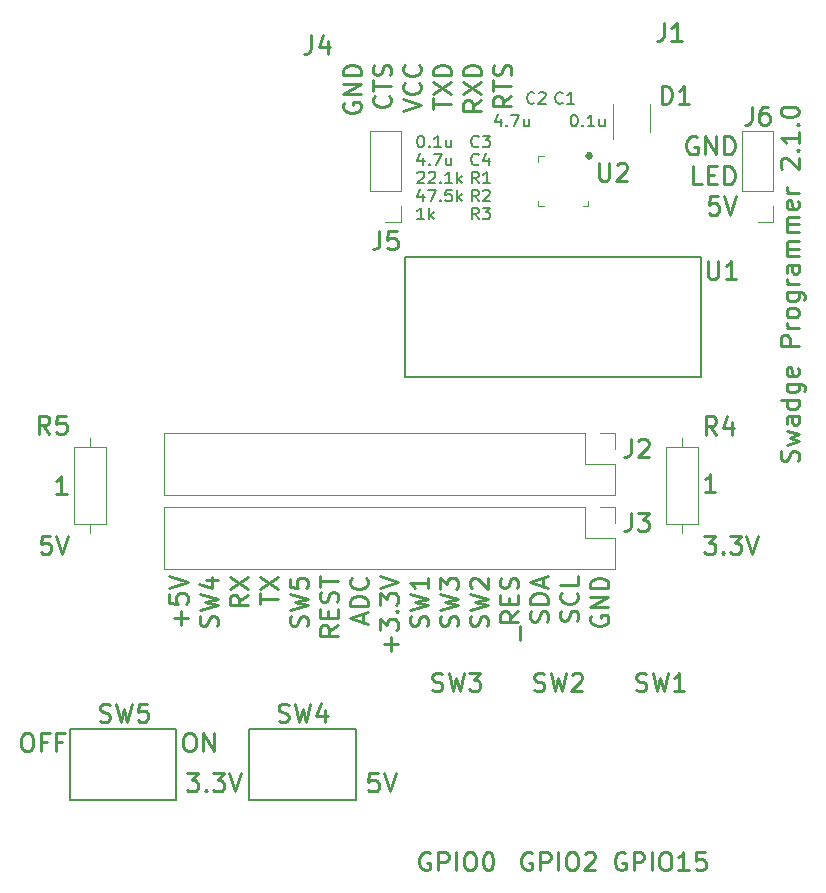
<source format=gto>
G04 #@! TF.GenerationSoftware,KiCad,Pcbnew,(5.1.9)-1*
G04 #@! TF.CreationDate,2021-08-17T23:34:33-04:00*
G04 #@! TF.ProjectId,swadge-programmer,73776164-6765-42d7-9072-6f6772616d6d,rev?*
G04 #@! TF.SameCoordinates,Original*
G04 #@! TF.FileFunction,Legend,Top*
G04 #@! TF.FilePolarity,Positive*
%FSLAX46Y46*%
G04 Gerber Fmt 4.6, Leading zero omitted, Abs format (unit mm)*
G04 Created by KiCad (PCBNEW (5.1.9)-1) date 2021-08-17 23:34:33*
%MOMM*%
%LPD*%
G01*
G04 APERTURE LIST*
%ADD10C,0.250000*%
%ADD11C,0.120000*%
%ADD12C,0.150000*%
%ADD13C,0.359210*%
G04 APERTURE END LIST*
D10*
X171770357Y-60545600D02*
X171624642Y-60472742D01*
X171406071Y-60472742D01*
X171187500Y-60545600D01*
X171041785Y-60691314D01*
X170968928Y-60837028D01*
X170896071Y-61128457D01*
X170896071Y-61347028D01*
X170968928Y-61638457D01*
X171041785Y-61784171D01*
X171187500Y-61929885D01*
X171406071Y-62002742D01*
X171551785Y-62002742D01*
X171770357Y-61929885D01*
X171843214Y-61857028D01*
X171843214Y-61347028D01*
X171551785Y-61347028D01*
X172498928Y-62002742D02*
X172498928Y-60472742D01*
X173373214Y-62002742D01*
X173373214Y-60472742D01*
X174101785Y-62002742D02*
X174101785Y-60472742D01*
X174466071Y-60472742D01*
X174684642Y-60545600D01*
X174830357Y-60691314D01*
X174903214Y-60837028D01*
X174976071Y-61128457D01*
X174976071Y-61347028D01*
X174903214Y-61638457D01*
X174830357Y-61784171D01*
X174684642Y-61929885D01*
X174466071Y-62002742D01*
X174101785Y-62002742D01*
X172207500Y-64547742D02*
X171478928Y-64547742D01*
X171478928Y-63017742D01*
X172717500Y-63746314D02*
X173227500Y-63746314D01*
X173446071Y-64547742D02*
X172717500Y-64547742D01*
X172717500Y-63017742D01*
X173446071Y-63017742D01*
X174101785Y-64547742D02*
X174101785Y-63017742D01*
X174466071Y-63017742D01*
X174684642Y-63090600D01*
X174830357Y-63236314D01*
X174903214Y-63382028D01*
X174976071Y-63673457D01*
X174976071Y-63892028D01*
X174903214Y-64183457D01*
X174830357Y-64329171D01*
X174684642Y-64474885D01*
X174466071Y-64547742D01*
X174101785Y-64547742D01*
X173591785Y-65562742D02*
X172863214Y-65562742D01*
X172790357Y-66291314D01*
X172863214Y-66218457D01*
X173008928Y-66145600D01*
X173373214Y-66145600D01*
X173518928Y-66218457D01*
X173591785Y-66291314D01*
X173664642Y-66437028D01*
X173664642Y-66801314D01*
X173591785Y-66947028D01*
X173518928Y-67019885D01*
X173373214Y-67092742D01*
X173008928Y-67092742D01*
X172863214Y-67019885D01*
X172790357Y-66947028D01*
X174101785Y-65562742D02*
X174611785Y-67092742D01*
X175121785Y-65562742D01*
X141894300Y-57634642D02*
X141821442Y-57780357D01*
X141821442Y-57998928D01*
X141894300Y-58217500D01*
X142040014Y-58363214D01*
X142185728Y-58436071D01*
X142477157Y-58508928D01*
X142695728Y-58508928D01*
X142987157Y-58436071D01*
X143132871Y-58363214D01*
X143278585Y-58217500D01*
X143351442Y-57998928D01*
X143351442Y-57853214D01*
X143278585Y-57634642D01*
X143205728Y-57561785D01*
X142695728Y-57561785D01*
X142695728Y-57853214D01*
X143351442Y-56906071D02*
X141821442Y-56906071D01*
X143351442Y-56031785D01*
X141821442Y-56031785D01*
X143351442Y-55303214D02*
X141821442Y-55303214D01*
X141821442Y-54938928D01*
X141894300Y-54720357D01*
X142040014Y-54574642D01*
X142185728Y-54501785D01*
X142477157Y-54428928D01*
X142695728Y-54428928D01*
X142987157Y-54501785D01*
X143132871Y-54574642D01*
X143278585Y-54720357D01*
X143351442Y-54938928D01*
X143351442Y-55303214D01*
X145750728Y-57051785D02*
X145823585Y-57124642D01*
X145896442Y-57343214D01*
X145896442Y-57488928D01*
X145823585Y-57707500D01*
X145677871Y-57853214D01*
X145532157Y-57926071D01*
X145240728Y-57998928D01*
X145022157Y-57998928D01*
X144730728Y-57926071D01*
X144585014Y-57853214D01*
X144439300Y-57707500D01*
X144366442Y-57488928D01*
X144366442Y-57343214D01*
X144439300Y-57124642D01*
X144512157Y-57051785D01*
X144366442Y-56614642D02*
X144366442Y-55740357D01*
X145896442Y-56177500D02*
X144366442Y-56177500D01*
X145823585Y-55303214D02*
X145896442Y-55084642D01*
X145896442Y-54720357D01*
X145823585Y-54574642D01*
X145750728Y-54501785D01*
X145605014Y-54428928D01*
X145459300Y-54428928D01*
X145313585Y-54501785D01*
X145240728Y-54574642D01*
X145167871Y-54720357D01*
X145095014Y-55011785D01*
X145022157Y-55157500D01*
X144949300Y-55230357D01*
X144803585Y-55303214D01*
X144657871Y-55303214D01*
X144512157Y-55230357D01*
X144439300Y-55157500D01*
X144366442Y-55011785D01*
X144366442Y-54647500D01*
X144439300Y-54428928D01*
X146911442Y-58363214D02*
X148441442Y-57853214D01*
X146911442Y-57343214D01*
X148295728Y-55958928D02*
X148368585Y-56031785D01*
X148441442Y-56250357D01*
X148441442Y-56396071D01*
X148368585Y-56614642D01*
X148222871Y-56760357D01*
X148077157Y-56833214D01*
X147785728Y-56906071D01*
X147567157Y-56906071D01*
X147275728Y-56833214D01*
X147130014Y-56760357D01*
X146984300Y-56614642D01*
X146911442Y-56396071D01*
X146911442Y-56250357D01*
X146984300Y-56031785D01*
X147057157Y-55958928D01*
X148295728Y-54428928D02*
X148368585Y-54501785D01*
X148441442Y-54720357D01*
X148441442Y-54866071D01*
X148368585Y-55084642D01*
X148222871Y-55230357D01*
X148077157Y-55303214D01*
X147785728Y-55376071D01*
X147567157Y-55376071D01*
X147275728Y-55303214D01*
X147130014Y-55230357D01*
X146984300Y-55084642D01*
X146911442Y-54866071D01*
X146911442Y-54720357D01*
X146984300Y-54501785D01*
X147057157Y-54428928D01*
X149456442Y-58144642D02*
X149456442Y-57270357D01*
X150986442Y-57707500D02*
X149456442Y-57707500D01*
X149456442Y-56906071D02*
X150986442Y-55886071D01*
X149456442Y-55886071D02*
X150986442Y-56906071D01*
X150986442Y-55303214D02*
X149456442Y-55303214D01*
X149456442Y-54938928D01*
X149529300Y-54720357D01*
X149675014Y-54574642D01*
X149820728Y-54501785D01*
X150112157Y-54428928D01*
X150330728Y-54428928D01*
X150622157Y-54501785D01*
X150767871Y-54574642D01*
X150913585Y-54720357D01*
X150986442Y-54938928D01*
X150986442Y-55303214D01*
X153531442Y-57416071D02*
X152802871Y-57926071D01*
X153531442Y-58290357D02*
X152001442Y-58290357D01*
X152001442Y-57707500D01*
X152074300Y-57561785D01*
X152147157Y-57488928D01*
X152292871Y-57416071D01*
X152511442Y-57416071D01*
X152657157Y-57488928D01*
X152730014Y-57561785D01*
X152802871Y-57707500D01*
X152802871Y-58290357D01*
X152001442Y-56906071D02*
X153531442Y-55886071D01*
X152001442Y-55886071D02*
X153531442Y-56906071D01*
X153531442Y-55303214D02*
X152001442Y-55303214D01*
X152001442Y-54938928D01*
X152074300Y-54720357D01*
X152220014Y-54574642D01*
X152365728Y-54501785D01*
X152657157Y-54428928D01*
X152875728Y-54428928D01*
X153167157Y-54501785D01*
X153312871Y-54574642D01*
X153458585Y-54720357D01*
X153531442Y-54938928D01*
X153531442Y-55303214D01*
X156076442Y-57051785D02*
X155347871Y-57561785D01*
X156076442Y-57926071D02*
X154546442Y-57926071D01*
X154546442Y-57343214D01*
X154619300Y-57197500D01*
X154692157Y-57124642D01*
X154837871Y-57051785D01*
X155056442Y-57051785D01*
X155202157Y-57124642D01*
X155275014Y-57197500D01*
X155347871Y-57343214D01*
X155347871Y-57926071D01*
X154546442Y-56614642D02*
X154546442Y-55740357D01*
X156076442Y-56177500D02*
X154546442Y-56177500D01*
X156003585Y-55303214D02*
X156076442Y-55084642D01*
X156076442Y-54720357D01*
X156003585Y-54574642D01*
X155930728Y-54501785D01*
X155785014Y-54428928D01*
X155639300Y-54428928D01*
X155493585Y-54501785D01*
X155420728Y-54574642D01*
X155347871Y-54720357D01*
X155275014Y-55011785D01*
X155202157Y-55157500D01*
X155129300Y-55230357D01*
X154983585Y-55303214D01*
X154837871Y-55303214D01*
X154692157Y-55230357D01*
X154619300Y-55157500D01*
X154546442Y-55011785D01*
X154546442Y-54647500D01*
X154619300Y-54428928D01*
X128074285Y-101870071D02*
X128074285Y-100704357D01*
X128657142Y-101287214D02*
X127491428Y-101287214D01*
X127127142Y-99247214D02*
X127127142Y-99975785D01*
X127855714Y-100048642D01*
X127782857Y-99975785D01*
X127710000Y-99830071D01*
X127710000Y-99465785D01*
X127782857Y-99320071D01*
X127855714Y-99247214D01*
X128001428Y-99174357D01*
X128365714Y-99174357D01*
X128511428Y-99247214D01*
X128584285Y-99320071D01*
X128657142Y-99465785D01*
X128657142Y-99830071D01*
X128584285Y-99975785D01*
X128511428Y-100048642D01*
X127127142Y-98737214D02*
X128657142Y-98227214D01*
X127127142Y-97717214D01*
X131129285Y-101942928D02*
X131202142Y-101724357D01*
X131202142Y-101360071D01*
X131129285Y-101214357D01*
X131056428Y-101141500D01*
X130910714Y-101068642D01*
X130765000Y-101068642D01*
X130619285Y-101141500D01*
X130546428Y-101214357D01*
X130473571Y-101360071D01*
X130400714Y-101651500D01*
X130327857Y-101797214D01*
X130255000Y-101870071D01*
X130109285Y-101942928D01*
X129963571Y-101942928D01*
X129817857Y-101870071D01*
X129745000Y-101797214D01*
X129672142Y-101651500D01*
X129672142Y-101287214D01*
X129745000Y-101068642D01*
X129672142Y-100558642D02*
X131202142Y-100194357D01*
X130109285Y-99902928D01*
X131202142Y-99611500D01*
X129672142Y-99247214D01*
X130182142Y-98008642D02*
X131202142Y-98008642D01*
X129599285Y-98372928D02*
X130692142Y-98737214D01*
X130692142Y-97790071D01*
X133747142Y-99320071D02*
X133018571Y-99830071D01*
X133747142Y-100194357D02*
X132217142Y-100194357D01*
X132217142Y-99611500D01*
X132290000Y-99465785D01*
X132362857Y-99392928D01*
X132508571Y-99320071D01*
X132727142Y-99320071D01*
X132872857Y-99392928D01*
X132945714Y-99465785D01*
X133018571Y-99611500D01*
X133018571Y-100194357D01*
X132217142Y-98810071D02*
X133747142Y-97790071D01*
X132217142Y-97790071D02*
X133747142Y-98810071D01*
X134762142Y-100048642D02*
X134762142Y-99174357D01*
X136292142Y-99611500D02*
X134762142Y-99611500D01*
X134762142Y-98810071D02*
X136292142Y-97790071D01*
X134762142Y-97790071D02*
X136292142Y-98810071D01*
X138764285Y-101942928D02*
X138837142Y-101724357D01*
X138837142Y-101360071D01*
X138764285Y-101214357D01*
X138691428Y-101141500D01*
X138545714Y-101068642D01*
X138400000Y-101068642D01*
X138254285Y-101141500D01*
X138181428Y-101214357D01*
X138108571Y-101360071D01*
X138035714Y-101651500D01*
X137962857Y-101797214D01*
X137890000Y-101870071D01*
X137744285Y-101942928D01*
X137598571Y-101942928D01*
X137452857Y-101870071D01*
X137380000Y-101797214D01*
X137307142Y-101651500D01*
X137307142Y-101287214D01*
X137380000Y-101068642D01*
X137307142Y-100558642D02*
X138837142Y-100194357D01*
X137744285Y-99902928D01*
X138837142Y-99611500D01*
X137307142Y-99247214D01*
X137307142Y-97935785D02*
X137307142Y-98664357D01*
X138035714Y-98737214D01*
X137962857Y-98664357D01*
X137890000Y-98518642D01*
X137890000Y-98154357D01*
X137962857Y-98008642D01*
X138035714Y-97935785D01*
X138181428Y-97862928D01*
X138545714Y-97862928D01*
X138691428Y-97935785D01*
X138764285Y-98008642D01*
X138837142Y-98154357D01*
X138837142Y-98518642D01*
X138764285Y-98664357D01*
X138691428Y-98737214D01*
X141382142Y-101870071D02*
X140653571Y-102380071D01*
X141382142Y-102744357D02*
X139852142Y-102744357D01*
X139852142Y-102161500D01*
X139925000Y-102015785D01*
X139997857Y-101942928D01*
X140143571Y-101870071D01*
X140362142Y-101870071D01*
X140507857Y-101942928D01*
X140580714Y-102015785D01*
X140653571Y-102161500D01*
X140653571Y-102744357D01*
X140580714Y-101214357D02*
X140580714Y-100704357D01*
X141382142Y-100485785D02*
X141382142Y-101214357D01*
X139852142Y-101214357D01*
X139852142Y-100485785D01*
X141309285Y-99902928D02*
X141382142Y-99684357D01*
X141382142Y-99320071D01*
X141309285Y-99174357D01*
X141236428Y-99101500D01*
X141090714Y-99028642D01*
X140945000Y-99028642D01*
X140799285Y-99101500D01*
X140726428Y-99174357D01*
X140653571Y-99320071D01*
X140580714Y-99611500D01*
X140507857Y-99757214D01*
X140435000Y-99830071D01*
X140289285Y-99902928D01*
X140143571Y-99902928D01*
X139997857Y-99830071D01*
X139925000Y-99757214D01*
X139852142Y-99611500D01*
X139852142Y-99247214D01*
X139925000Y-99028642D01*
X139852142Y-98591500D02*
X139852142Y-97717214D01*
X141382142Y-98154357D02*
X139852142Y-98154357D01*
X143490000Y-101651500D02*
X143490000Y-100922928D01*
X143927142Y-101797214D02*
X142397142Y-101287214D01*
X143927142Y-100777214D01*
X143927142Y-100267214D02*
X142397142Y-100267214D01*
X142397142Y-99902928D01*
X142470000Y-99684357D01*
X142615714Y-99538642D01*
X142761428Y-99465785D01*
X143052857Y-99392928D01*
X143271428Y-99392928D01*
X143562857Y-99465785D01*
X143708571Y-99538642D01*
X143854285Y-99684357D01*
X143927142Y-99902928D01*
X143927142Y-100267214D01*
X143781428Y-97862928D02*
X143854285Y-97935785D01*
X143927142Y-98154357D01*
X143927142Y-98300071D01*
X143854285Y-98518642D01*
X143708571Y-98664357D01*
X143562857Y-98737214D01*
X143271428Y-98810071D01*
X143052857Y-98810071D01*
X142761428Y-98737214D01*
X142615714Y-98664357D01*
X142470000Y-98518642D01*
X142397142Y-98300071D01*
X142397142Y-98154357D01*
X142470000Y-97935785D01*
X142542857Y-97862928D01*
X145889285Y-104055785D02*
X145889285Y-102890071D01*
X146472142Y-103472928D02*
X145306428Y-103472928D01*
X144942142Y-102307214D02*
X144942142Y-101360071D01*
X145525000Y-101870071D01*
X145525000Y-101651500D01*
X145597857Y-101505785D01*
X145670714Y-101432928D01*
X145816428Y-101360071D01*
X146180714Y-101360071D01*
X146326428Y-101432928D01*
X146399285Y-101505785D01*
X146472142Y-101651500D01*
X146472142Y-102088642D01*
X146399285Y-102234357D01*
X146326428Y-102307214D01*
X146326428Y-100704357D02*
X146399285Y-100631500D01*
X146472142Y-100704357D01*
X146399285Y-100777214D01*
X146326428Y-100704357D01*
X146472142Y-100704357D01*
X144942142Y-100121500D02*
X144942142Y-99174357D01*
X145525000Y-99684357D01*
X145525000Y-99465785D01*
X145597857Y-99320071D01*
X145670714Y-99247214D01*
X145816428Y-99174357D01*
X146180714Y-99174357D01*
X146326428Y-99247214D01*
X146399285Y-99320071D01*
X146472142Y-99465785D01*
X146472142Y-99902928D01*
X146399285Y-100048642D01*
X146326428Y-100121500D01*
X144942142Y-98737214D02*
X146472142Y-98227214D01*
X144942142Y-97717214D01*
X148944285Y-101942928D02*
X149017142Y-101724357D01*
X149017142Y-101360071D01*
X148944285Y-101214357D01*
X148871428Y-101141500D01*
X148725714Y-101068642D01*
X148580000Y-101068642D01*
X148434285Y-101141500D01*
X148361428Y-101214357D01*
X148288571Y-101360071D01*
X148215714Y-101651500D01*
X148142857Y-101797214D01*
X148070000Y-101870071D01*
X147924285Y-101942928D01*
X147778571Y-101942928D01*
X147632857Y-101870071D01*
X147560000Y-101797214D01*
X147487142Y-101651500D01*
X147487142Y-101287214D01*
X147560000Y-101068642D01*
X147487142Y-100558642D02*
X149017142Y-100194357D01*
X147924285Y-99902928D01*
X149017142Y-99611500D01*
X147487142Y-99247214D01*
X149017142Y-97862928D02*
X149017142Y-98737214D01*
X149017142Y-98300071D02*
X147487142Y-98300071D01*
X147705714Y-98445785D01*
X147851428Y-98591500D01*
X147924285Y-98737214D01*
X151489285Y-101942928D02*
X151562142Y-101724357D01*
X151562142Y-101360071D01*
X151489285Y-101214357D01*
X151416428Y-101141500D01*
X151270714Y-101068642D01*
X151125000Y-101068642D01*
X150979285Y-101141500D01*
X150906428Y-101214357D01*
X150833571Y-101360071D01*
X150760714Y-101651500D01*
X150687857Y-101797214D01*
X150615000Y-101870071D01*
X150469285Y-101942928D01*
X150323571Y-101942928D01*
X150177857Y-101870071D01*
X150105000Y-101797214D01*
X150032142Y-101651500D01*
X150032142Y-101287214D01*
X150105000Y-101068642D01*
X150032142Y-100558642D02*
X151562142Y-100194357D01*
X150469285Y-99902928D01*
X151562142Y-99611500D01*
X150032142Y-99247214D01*
X150032142Y-98810071D02*
X150032142Y-97862928D01*
X150615000Y-98372928D01*
X150615000Y-98154357D01*
X150687857Y-98008642D01*
X150760714Y-97935785D01*
X150906428Y-97862928D01*
X151270714Y-97862928D01*
X151416428Y-97935785D01*
X151489285Y-98008642D01*
X151562142Y-98154357D01*
X151562142Y-98591500D01*
X151489285Y-98737214D01*
X151416428Y-98810071D01*
X154034285Y-101942928D02*
X154107142Y-101724357D01*
X154107142Y-101360071D01*
X154034285Y-101214357D01*
X153961428Y-101141500D01*
X153815714Y-101068642D01*
X153670000Y-101068642D01*
X153524285Y-101141500D01*
X153451428Y-101214357D01*
X153378571Y-101360071D01*
X153305714Y-101651500D01*
X153232857Y-101797214D01*
X153160000Y-101870071D01*
X153014285Y-101942928D01*
X152868571Y-101942928D01*
X152722857Y-101870071D01*
X152650000Y-101797214D01*
X152577142Y-101651500D01*
X152577142Y-101287214D01*
X152650000Y-101068642D01*
X152577142Y-100558642D02*
X154107142Y-100194357D01*
X153014285Y-99902928D01*
X154107142Y-99611500D01*
X152577142Y-99247214D01*
X152722857Y-98737214D02*
X152650000Y-98664357D01*
X152577142Y-98518642D01*
X152577142Y-98154357D01*
X152650000Y-98008642D01*
X152722857Y-97935785D01*
X152868571Y-97862928D01*
X153014285Y-97862928D01*
X153232857Y-97935785D01*
X154107142Y-98810071D01*
X154107142Y-97862928D01*
X156797857Y-103108642D02*
X156797857Y-101942928D01*
X156652142Y-100704357D02*
X155923571Y-101214357D01*
X156652142Y-101578642D02*
X155122142Y-101578642D01*
X155122142Y-100995785D01*
X155195000Y-100850071D01*
X155267857Y-100777214D01*
X155413571Y-100704357D01*
X155632142Y-100704357D01*
X155777857Y-100777214D01*
X155850714Y-100850071D01*
X155923571Y-100995785D01*
X155923571Y-101578642D01*
X155850714Y-100048642D02*
X155850714Y-99538642D01*
X156652142Y-99320071D02*
X156652142Y-100048642D01*
X155122142Y-100048642D01*
X155122142Y-99320071D01*
X156579285Y-98737214D02*
X156652142Y-98518642D01*
X156652142Y-98154357D01*
X156579285Y-98008642D01*
X156506428Y-97935785D01*
X156360714Y-97862928D01*
X156215000Y-97862928D01*
X156069285Y-97935785D01*
X155996428Y-98008642D01*
X155923571Y-98154357D01*
X155850714Y-98445785D01*
X155777857Y-98591500D01*
X155705000Y-98664357D01*
X155559285Y-98737214D01*
X155413571Y-98737214D01*
X155267857Y-98664357D01*
X155195000Y-98591500D01*
X155122142Y-98445785D01*
X155122142Y-98081500D01*
X155195000Y-97862928D01*
X159124285Y-101578642D02*
X159197142Y-101360071D01*
X159197142Y-100995785D01*
X159124285Y-100850071D01*
X159051428Y-100777214D01*
X158905714Y-100704357D01*
X158760000Y-100704357D01*
X158614285Y-100777214D01*
X158541428Y-100850071D01*
X158468571Y-100995785D01*
X158395714Y-101287214D01*
X158322857Y-101432928D01*
X158250000Y-101505785D01*
X158104285Y-101578642D01*
X157958571Y-101578642D01*
X157812857Y-101505785D01*
X157740000Y-101432928D01*
X157667142Y-101287214D01*
X157667142Y-100922928D01*
X157740000Y-100704357D01*
X159197142Y-100048642D02*
X157667142Y-100048642D01*
X157667142Y-99684357D01*
X157740000Y-99465785D01*
X157885714Y-99320071D01*
X158031428Y-99247214D01*
X158322857Y-99174357D01*
X158541428Y-99174357D01*
X158832857Y-99247214D01*
X158978571Y-99320071D01*
X159124285Y-99465785D01*
X159197142Y-99684357D01*
X159197142Y-100048642D01*
X158760000Y-98591500D02*
X158760000Y-97862928D01*
X159197142Y-98737214D02*
X157667142Y-98227214D01*
X159197142Y-97717214D01*
X161669285Y-101505785D02*
X161742142Y-101287214D01*
X161742142Y-100922928D01*
X161669285Y-100777214D01*
X161596428Y-100704357D01*
X161450714Y-100631500D01*
X161305000Y-100631500D01*
X161159285Y-100704357D01*
X161086428Y-100777214D01*
X161013571Y-100922928D01*
X160940714Y-101214357D01*
X160867857Y-101360071D01*
X160795000Y-101432928D01*
X160649285Y-101505785D01*
X160503571Y-101505785D01*
X160357857Y-101432928D01*
X160285000Y-101360071D01*
X160212142Y-101214357D01*
X160212142Y-100850071D01*
X160285000Y-100631500D01*
X161596428Y-99101500D02*
X161669285Y-99174357D01*
X161742142Y-99392928D01*
X161742142Y-99538642D01*
X161669285Y-99757214D01*
X161523571Y-99902928D01*
X161377857Y-99975785D01*
X161086428Y-100048642D01*
X160867857Y-100048642D01*
X160576428Y-99975785D01*
X160430714Y-99902928D01*
X160285000Y-99757214D01*
X160212142Y-99538642D01*
X160212142Y-99392928D01*
X160285000Y-99174357D01*
X160357857Y-99101500D01*
X161742142Y-97717214D02*
X161742142Y-98445785D01*
X160212142Y-98445785D01*
X162830000Y-101068642D02*
X162757142Y-101214357D01*
X162757142Y-101432928D01*
X162830000Y-101651500D01*
X162975714Y-101797214D01*
X163121428Y-101870071D01*
X163412857Y-101942928D01*
X163631428Y-101942928D01*
X163922857Y-101870071D01*
X164068571Y-101797214D01*
X164214285Y-101651500D01*
X164287142Y-101432928D01*
X164287142Y-101287214D01*
X164214285Y-101068642D01*
X164141428Y-100995785D01*
X163631428Y-100995785D01*
X163631428Y-101287214D01*
X164287142Y-100340071D02*
X162757142Y-100340071D01*
X164287142Y-99465785D01*
X162757142Y-99465785D01*
X164287142Y-98737214D02*
X162757142Y-98737214D01*
X162757142Y-98372928D01*
X162830000Y-98154357D01*
X162975714Y-98008642D01*
X163121428Y-97935785D01*
X163412857Y-97862928D01*
X163631428Y-97862928D01*
X163922857Y-97935785D01*
X164068571Y-98008642D01*
X164214285Y-98154357D01*
X164287142Y-98372928D01*
X164287142Y-98737214D01*
X117033785Y-94302142D02*
X116305214Y-94302142D01*
X116232357Y-95030714D01*
X116305214Y-94957857D01*
X116450928Y-94885000D01*
X116815214Y-94885000D01*
X116960928Y-94957857D01*
X117033785Y-95030714D01*
X117106642Y-95176428D01*
X117106642Y-95540714D01*
X117033785Y-95686428D01*
X116960928Y-95759285D01*
X116815214Y-95832142D01*
X116450928Y-95832142D01*
X116305214Y-95759285D01*
X116232357Y-95686428D01*
X117543785Y-94302142D02*
X118053785Y-95832142D01*
X118563785Y-94302142D01*
X172402571Y-94302142D02*
X173349714Y-94302142D01*
X172839714Y-94885000D01*
X173058285Y-94885000D01*
X173204000Y-94957857D01*
X173276857Y-95030714D01*
X173349714Y-95176428D01*
X173349714Y-95540714D01*
X173276857Y-95686428D01*
X173204000Y-95759285D01*
X173058285Y-95832142D01*
X172621142Y-95832142D01*
X172475428Y-95759285D01*
X172402571Y-95686428D01*
X174005428Y-95686428D02*
X174078285Y-95759285D01*
X174005428Y-95832142D01*
X173932571Y-95759285D01*
X174005428Y-95686428D01*
X174005428Y-95832142D01*
X174588285Y-94302142D02*
X175535428Y-94302142D01*
X175025428Y-94885000D01*
X175244000Y-94885000D01*
X175389714Y-94957857D01*
X175462571Y-95030714D01*
X175535428Y-95176428D01*
X175535428Y-95540714D01*
X175462571Y-95686428D01*
X175389714Y-95759285D01*
X175244000Y-95832142D01*
X174806857Y-95832142D01*
X174661142Y-95759285D01*
X174588285Y-95686428D01*
X175972571Y-94302142D02*
X176482571Y-95832142D01*
X176992571Y-94302142D01*
X144755357Y-114412142D02*
X144026785Y-114412142D01*
X143953928Y-115140714D01*
X144026785Y-115067857D01*
X144172500Y-114995000D01*
X144536785Y-114995000D01*
X144682500Y-115067857D01*
X144755357Y-115140714D01*
X144828214Y-115286428D01*
X144828214Y-115650714D01*
X144755357Y-115796428D01*
X144682500Y-115869285D01*
X144536785Y-115942142D01*
X144172500Y-115942142D01*
X144026785Y-115869285D01*
X143953928Y-115796428D01*
X145265357Y-114412142D02*
X145775357Y-115942142D01*
X146285357Y-114412142D01*
X180324285Y-87970071D02*
X180397142Y-87751500D01*
X180397142Y-87387214D01*
X180324285Y-87241500D01*
X180251428Y-87168642D01*
X180105714Y-87095785D01*
X179960000Y-87095785D01*
X179814285Y-87168642D01*
X179741428Y-87241500D01*
X179668571Y-87387214D01*
X179595714Y-87678642D01*
X179522857Y-87824357D01*
X179450000Y-87897214D01*
X179304285Y-87970071D01*
X179158571Y-87970071D01*
X179012857Y-87897214D01*
X178940000Y-87824357D01*
X178867142Y-87678642D01*
X178867142Y-87314357D01*
X178940000Y-87095785D01*
X179377142Y-86585785D02*
X180397142Y-86294357D01*
X179668571Y-86002928D01*
X180397142Y-85711500D01*
X179377142Y-85420071D01*
X180397142Y-84181500D02*
X179595714Y-84181500D01*
X179450000Y-84254357D01*
X179377142Y-84400071D01*
X179377142Y-84691500D01*
X179450000Y-84837214D01*
X180324285Y-84181500D02*
X180397142Y-84327214D01*
X180397142Y-84691500D01*
X180324285Y-84837214D01*
X180178571Y-84910071D01*
X180032857Y-84910071D01*
X179887142Y-84837214D01*
X179814285Y-84691500D01*
X179814285Y-84327214D01*
X179741428Y-84181500D01*
X180397142Y-82797214D02*
X178867142Y-82797214D01*
X180324285Y-82797214D02*
X180397142Y-82942928D01*
X180397142Y-83234357D01*
X180324285Y-83380071D01*
X180251428Y-83452928D01*
X180105714Y-83525785D01*
X179668571Y-83525785D01*
X179522857Y-83452928D01*
X179450000Y-83380071D01*
X179377142Y-83234357D01*
X179377142Y-82942928D01*
X179450000Y-82797214D01*
X179377142Y-81412928D02*
X180615714Y-81412928D01*
X180761428Y-81485785D01*
X180834285Y-81558642D01*
X180907142Y-81704357D01*
X180907142Y-81922928D01*
X180834285Y-82068642D01*
X180324285Y-81412928D02*
X180397142Y-81558642D01*
X180397142Y-81850071D01*
X180324285Y-81995785D01*
X180251428Y-82068642D01*
X180105714Y-82141500D01*
X179668571Y-82141500D01*
X179522857Y-82068642D01*
X179450000Y-81995785D01*
X179377142Y-81850071D01*
X179377142Y-81558642D01*
X179450000Y-81412928D01*
X180324285Y-80101500D02*
X180397142Y-80247214D01*
X180397142Y-80538642D01*
X180324285Y-80684357D01*
X180178571Y-80757214D01*
X179595714Y-80757214D01*
X179450000Y-80684357D01*
X179377142Y-80538642D01*
X179377142Y-80247214D01*
X179450000Y-80101500D01*
X179595714Y-80028642D01*
X179741428Y-80028642D01*
X179887142Y-80757214D01*
X180397142Y-78207214D02*
X178867142Y-78207214D01*
X178867142Y-77624357D01*
X178940000Y-77478642D01*
X179012857Y-77405785D01*
X179158571Y-77332928D01*
X179377142Y-77332928D01*
X179522857Y-77405785D01*
X179595714Y-77478642D01*
X179668571Y-77624357D01*
X179668571Y-78207214D01*
X180397142Y-76677214D02*
X179377142Y-76677214D01*
X179668571Y-76677214D02*
X179522857Y-76604357D01*
X179450000Y-76531500D01*
X179377142Y-76385785D01*
X179377142Y-76240071D01*
X180397142Y-75511500D02*
X180324285Y-75657214D01*
X180251428Y-75730071D01*
X180105714Y-75802928D01*
X179668571Y-75802928D01*
X179522857Y-75730071D01*
X179450000Y-75657214D01*
X179377142Y-75511500D01*
X179377142Y-75292928D01*
X179450000Y-75147214D01*
X179522857Y-75074357D01*
X179668571Y-75001500D01*
X180105714Y-75001500D01*
X180251428Y-75074357D01*
X180324285Y-75147214D01*
X180397142Y-75292928D01*
X180397142Y-75511500D01*
X179377142Y-73690071D02*
X180615714Y-73690071D01*
X180761428Y-73762928D01*
X180834285Y-73835785D01*
X180907142Y-73981500D01*
X180907142Y-74200071D01*
X180834285Y-74345785D01*
X180324285Y-73690071D02*
X180397142Y-73835785D01*
X180397142Y-74127214D01*
X180324285Y-74272928D01*
X180251428Y-74345785D01*
X180105714Y-74418642D01*
X179668571Y-74418642D01*
X179522857Y-74345785D01*
X179450000Y-74272928D01*
X179377142Y-74127214D01*
X179377142Y-73835785D01*
X179450000Y-73690071D01*
X180397142Y-72961500D02*
X179377142Y-72961500D01*
X179668571Y-72961500D02*
X179522857Y-72888642D01*
X179450000Y-72815785D01*
X179377142Y-72670071D01*
X179377142Y-72524357D01*
X180397142Y-71358642D02*
X179595714Y-71358642D01*
X179450000Y-71431500D01*
X179377142Y-71577214D01*
X179377142Y-71868642D01*
X179450000Y-72014357D01*
X180324285Y-71358642D02*
X180397142Y-71504357D01*
X180397142Y-71868642D01*
X180324285Y-72014357D01*
X180178571Y-72087214D01*
X180032857Y-72087214D01*
X179887142Y-72014357D01*
X179814285Y-71868642D01*
X179814285Y-71504357D01*
X179741428Y-71358642D01*
X180397142Y-70630071D02*
X179377142Y-70630071D01*
X179522857Y-70630071D02*
X179450000Y-70557214D01*
X179377142Y-70411500D01*
X179377142Y-70192928D01*
X179450000Y-70047214D01*
X179595714Y-69974357D01*
X180397142Y-69974357D01*
X179595714Y-69974357D02*
X179450000Y-69901500D01*
X179377142Y-69755785D01*
X179377142Y-69537214D01*
X179450000Y-69391500D01*
X179595714Y-69318642D01*
X180397142Y-69318642D01*
X180397142Y-68590071D02*
X179377142Y-68590071D01*
X179522857Y-68590071D02*
X179450000Y-68517214D01*
X179377142Y-68371500D01*
X179377142Y-68152928D01*
X179450000Y-68007214D01*
X179595714Y-67934357D01*
X180397142Y-67934357D01*
X179595714Y-67934357D02*
X179450000Y-67861500D01*
X179377142Y-67715785D01*
X179377142Y-67497214D01*
X179450000Y-67351500D01*
X179595714Y-67278642D01*
X180397142Y-67278642D01*
X180324285Y-65967214D02*
X180397142Y-66112928D01*
X180397142Y-66404357D01*
X180324285Y-66550071D01*
X180178571Y-66622928D01*
X179595714Y-66622928D01*
X179450000Y-66550071D01*
X179377142Y-66404357D01*
X179377142Y-66112928D01*
X179450000Y-65967214D01*
X179595714Y-65894357D01*
X179741428Y-65894357D01*
X179887142Y-66622928D01*
X180397142Y-65238642D02*
X179377142Y-65238642D01*
X179668571Y-65238642D02*
X179522857Y-65165785D01*
X179450000Y-65092928D01*
X179377142Y-64947214D01*
X179377142Y-64801500D01*
X179012857Y-63198642D02*
X178940000Y-63125785D01*
X178867142Y-62980071D01*
X178867142Y-62615785D01*
X178940000Y-62470071D01*
X179012857Y-62397214D01*
X179158571Y-62324357D01*
X179304285Y-62324357D01*
X179522857Y-62397214D01*
X180397142Y-63271500D01*
X180397142Y-62324357D01*
X180251428Y-61668642D02*
X180324285Y-61595785D01*
X180397142Y-61668642D01*
X180324285Y-61741500D01*
X180251428Y-61668642D01*
X180397142Y-61668642D01*
X180397142Y-60138642D02*
X180397142Y-61012928D01*
X180397142Y-60575785D02*
X178867142Y-60575785D01*
X179085714Y-60721500D01*
X179231428Y-60867214D01*
X179304285Y-61012928D01*
X180251428Y-59482928D02*
X180324285Y-59410071D01*
X180397142Y-59482928D01*
X180324285Y-59555785D01*
X180251428Y-59482928D01*
X180397142Y-59482928D01*
X178867142Y-58462928D02*
X178867142Y-58317214D01*
X178940000Y-58171500D01*
X179012857Y-58098642D01*
X179158571Y-58025785D01*
X179450000Y-57952928D01*
X179814285Y-57952928D01*
X180105714Y-58025785D01*
X180251428Y-58098642D01*
X180324285Y-58171500D01*
X180397142Y-58317214D01*
X180397142Y-58462928D01*
X180324285Y-58608642D01*
X180251428Y-58681500D01*
X180105714Y-58754357D01*
X179814285Y-58827214D01*
X179450000Y-58827214D01*
X179158571Y-58754357D01*
X179012857Y-58681500D01*
X178940000Y-58608642D01*
X178867142Y-58462928D01*
X128677057Y-110999542D02*
X128968485Y-110999542D01*
X129114200Y-111072400D01*
X129259914Y-111218114D01*
X129332771Y-111509542D01*
X129332771Y-112019542D01*
X129259914Y-112310971D01*
X129114200Y-112456685D01*
X128968485Y-112529542D01*
X128677057Y-112529542D01*
X128531342Y-112456685D01*
X128385628Y-112310971D01*
X128312771Y-112019542D01*
X128312771Y-111509542D01*
X128385628Y-111218114D01*
X128531342Y-111072400D01*
X128677057Y-110999542D01*
X129988485Y-112529542D02*
X129988485Y-110999542D01*
X130862771Y-112529542D01*
X130862771Y-110999542D01*
X114933657Y-110999542D02*
X115225085Y-110999542D01*
X115370800Y-111072400D01*
X115516514Y-111218114D01*
X115589371Y-111509542D01*
X115589371Y-112019542D01*
X115516514Y-112310971D01*
X115370800Y-112456685D01*
X115225085Y-112529542D01*
X114933657Y-112529542D01*
X114787942Y-112456685D01*
X114642228Y-112310971D01*
X114569371Y-112019542D01*
X114569371Y-111509542D01*
X114642228Y-111218114D01*
X114787942Y-111072400D01*
X114933657Y-110999542D01*
X116755085Y-111728114D02*
X116245085Y-111728114D01*
X116245085Y-112529542D02*
X116245085Y-110999542D01*
X116973657Y-110999542D01*
X118066514Y-111728114D02*
X117556514Y-111728114D01*
X117556514Y-112529542D02*
X117556514Y-110999542D01*
X118285085Y-110999542D01*
X165692857Y-121155000D02*
X165547142Y-121082142D01*
X165328571Y-121082142D01*
X165110000Y-121155000D01*
X164964285Y-121300714D01*
X164891428Y-121446428D01*
X164818571Y-121737857D01*
X164818571Y-121956428D01*
X164891428Y-122247857D01*
X164964285Y-122393571D01*
X165110000Y-122539285D01*
X165328571Y-122612142D01*
X165474285Y-122612142D01*
X165692857Y-122539285D01*
X165765714Y-122466428D01*
X165765714Y-121956428D01*
X165474285Y-121956428D01*
X166421428Y-122612142D02*
X166421428Y-121082142D01*
X167004285Y-121082142D01*
X167150000Y-121155000D01*
X167222857Y-121227857D01*
X167295714Y-121373571D01*
X167295714Y-121592142D01*
X167222857Y-121737857D01*
X167150000Y-121810714D01*
X167004285Y-121883571D01*
X166421428Y-121883571D01*
X167951428Y-122612142D02*
X167951428Y-121082142D01*
X168971428Y-121082142D02*
X169262857Y-121082142D01*
X169408571Y-121155000D01*
X169554285Y-121300714D01*
X169627142Y-121592142D01*
X169627142Y-122102142D01*
X169554285Y-122393571D01*
X169408571Y-122539285D01*
X169262857Y-122612142D01*
X168971428Y-122612142D01*
X168825714Y-122539285D01*
X168680000Y-122393571D01*
X168607142Y-122102142D01*
X168607142Y-121592142D01*
X168680000Y-121300714D01*
X168825714Y-121155000D01*
X168971428Y-121082142D01*
X171084285Y-122612142D02*
X170210000Y-122612142D01*
X170647142Y-122612142D02*
X170647142Y-121082142D01*
X170501428Y-121300714D01*
X170355714Y-121446428D01*
X170210000Y-121519285D01*
X172468571Y-121082142D02*
X171740000Y-121082142D01*
X171667142Y-121810714D01*
X171740000Y-121737857D01*
X171885714Y-121665000D01*
X172250000Y-121665000D01*
X172395714Y-121737857D01*
X172468571Y-121810714D01*
X172541428Y-121956428D01*
X172541428Y-122320714D01*
X172468571Y-122466428D01*
X172395714Y-122539285D01*
X172250000Y-122612142D01*
X171885714Y-122612142D01*
X171740000Y-122539285D01*
X171667142Y-122466428D01*
X157785428Y-121155000D02*
X157639714Y-121082142D01*
X157421142Y-121082142D01*
X157202571Y-121155000D01*
X157056857Y-121300714D01*
X156984000Y-121446428D01*
X156911142Y-121737857D01*
X156911142Y-121956428D01*
X156984000Y-122247857D01*
X157056857Y-122393571D01*
X157202571Y-122539285D01*
X157421142Y-122612142D01*
X157566857Y-122612142D01*
X157785428Y-122539285D01*
X157858285Y-122466428D01*
X157858285Y-121956428D01*
X157566857Y-121956428D01*
X158514000Y-122612142D02*
X158514000Y-121082142D01*
X159096857Y-121082142D01*
X159242571Y-121155000D01*
X159315428Y-121227857D01*
X159388285Y-121373571D01*
X159388285Y-121592142D01*
X159315428Y-121737857D01*
X159242571Y-121810714D01*
X159096857Y-121883571D01*
X158514000Y-121883571D01*
X160044000Y-122612142D02*
X160044000Y-121082142D01*
X161064000Y-121082142D02*
X161355428Y-121082142D01*
X161501142Y-121155000D01*
X161646857Y-121300714D01*
X161719714Y-121592142D01*
X161719714Y-122102142D01*
X161646857Y-122393571D01*
X161501142Y-122539285D01*
X161355428Y-122612142D01*
X161064000Y-122612142D01*
X160918285Y-122539285D01*
X160772571Y-122393571D01*
X160699714Y-122102142D01*
X160699714Y-121592142D01*
X160772571Y-121300714D01*
X160918285Y-121155000D01*
X161064000Y-121082142D01*
X162302571Y-121227857D02*
X162375428Y-121155000D01*
X162521142Y-121082142D01*
X162885428Y-121082142D01*
X163031142Y-121155000D01*
X163104000Y-121227857D01*
X163176857Y-121373571D01*
X163176857Y-121519285D01*
X163104000Y-121737857D01*
X162229714Y-122612142D01*
X163176857Y-122612142D01*
X149149428Y-121155000D02*
X149003714Y-121082142D01*
X148785142Y-121082142D01*
X148566571Y-121155000D01*
X148420857Y-121300714D01*
X148348000Y-121446428D01*
X148275142Y-121737857D01*
X148275142Y-121956428D01*
X148348000Y-122247857D01*
X148420857Y-122393571D01*
X148566571Y-122539285D01*
X148785142Y-122612142D01*
X148930857Y-122612142D01*
X149149428Y-122539285D01*
X149222285Y-122466428D01*
X149222285Y-121956428D01*
X148930857Y-121956428D01*
X149878000Y-122612142D02*
X149878000Y-121082142D01*
X150460857Y-121082142D01*
X150606571Y-121155000D01*
X150679428Y-121227857D01*
X150752285Y-121373571D01*
X150752285Y-121592142D01*
X150679428Y-121737857D01*
X150606571Y-121810714D01*
X150460857Y-121883571D01*
X149878000Y-121883571D01*
X151408000Y-122612142D02*
X151408000Y-121082142D01*
X152428000Y-121082142D02*
X152719428Y-121082142D01*
X152865142Y-121155000D01*
X153010857Y-121300714D01*
X153083714Y-121592142D01*
X153083714Y-122102142D01*
X153010857Y-122393571D01*
X152865142Y-122539285D01*
X152719428Y-122612142D01*
X152428000Y-122612142D01*
X152282285Y-122539285D01*
X152136571Y-122393571D01*
X152063714Y-122102142D01*
X152063714Y-121592142D01*
X152136571Y-121300714D01*
X152282285Y-121155000D01*
X152428000Y-121082142D01*
X154030857Y-121082142D02*
X154176571Y-121082142D01*
X154322285Y-121155000D01*
X154395142Y-121227857D01*
X154468000Y-121373571D01*
X154540857Y-121665000D01*
X154540857Y-122029285D01*
X154468000Y-122320714D01*
X154395142Y-122466428D01*
X154322285Y-122539285D01*
X154176571Y-122612142D01*
X154030857Y-122612142D01*
X153885142Y-122539285D01*
X153812285Y-122466428D01*
X153739428Y-122320714D01*
X153666571Y-122029285D01*
X153666571Y-121665000D01*
X153739428Y-121373571D01*
X153812285Y-121227857D01*
X153885142Y-121155000D01*
X154030857Y-121082142D01*
X128601785Y-114412142D02*
X129548928Y-114412142D01*
X129038928Y-114995000D01*
X129257500Y-114995000D01*
X129403214Y-115067857D01*
X129476071Y-115140714D01*
X129548928Y-115286428D01*
X129548928Y-115650714D01*
X129476071Y-115796428D01*
X129403214Y-115869285D01*
X129257500Y-115942142D01*
X128820357Y-115942142D01*
X128674642Y-115869285D01*
X128601785Y-115796428D01*
X130204642Y-115796428D02*
X130277500Y-115869285D01*
X130204642Y-115942142D01*
X130131785Y-115869285D01*
X130204642Y-115796428D01*
X130204642Y-115942142D01*
X130787500Y-114412142D02*
X131734642Y-114412142D01*
X131224642Y-114995000D01*
X131443214Y-114995000D01*
X131588928Y-115067857D01*
X131661785Y-115140714D01*
X131734642Y-115286428D01*
X131734642Y-115650714D01*
X131661785Y-115796428D01*
X131588928Y-115869285D01*
X131443214Y-115942142D01*
X131006071Y-115942142D01*
X130860357Y-115869285D01*
X130787500Y-115796428D01*
X132171785Y-114412142D02*
X132681785Y-115942142D01*
X133191785Y-114412142D01*
D11*
X178260000Y-67725600D02*
X176930000Y-67725600D01*
X178260000Y-66395600D02*
X178260000Y-67725600D01*
X178260000Y-65125600D02*
X175600000Y-65125600D01*
X175600000Y-65125600D02*
X175600000Y-59985600D01*
X178260000Y-65125600D02*
X178260000Y-59985600D01*
X178260000Y-59985600D02*
X175600000Y-59985600D01*
X126670000Y-91880000D02*
X126670000Y-97080000D01*
X162290000Y-91880000D02*
X126670000Y-91880000D01*
X164890000Y-97080000D02*
X126670000Y-97080000D01*
X162290000Y-91880000D02*
X162290000Y-94480000D01*
X162290000Y-94480000D02*
X164890000Y-94480000D01*
X164890000Y-94480000D02*
X164890000Y-97080000D01*
X163560000Y-91880000D02*
X164890000Y-91880000D01*
X164890000Y-91880000D02*
X164890000Y-93210000D01*
X126670000Y-85630000D02*
X126670000Y-90830000D01*
X162290000Y-85630000D02*
X126670000Y-85630000D01*
X164890000Y-90830000D02*
X126670000Y-90830000D01*
X162290000Y-85630000D02*
X162290000Y-88230000D01*
X162290000Y-88230000D02*
X164890000Y-88230000D01*
X164890000Y-88230000D02*
X164890000Y-90830000D01*
X163560000Y-85630000D02*
X164890000Y-85630000D01*
X164890000Y-85630000D02*
X164890000Y-86960000D01*
D12*
X172093652Y-80850000D02*
X172093652Y-70650000D01*
X172093652Y-70650000D02*
X147093652Y-70650000D01*
X147093652Y-80850000D02*
X147093652Y-70650000D01*
X172093652Y-80850000D02*
X147093652Y-80850000D01*
X127698000Y-110686400D02*
X127698000Y-116686400D01*
X118698000Y-110686400D02*
X127698000Y-110686400D01*
X118698000Y-116686400D02*
X118698000Y-110686400D01*
X127698000Y-116686400D02*
X118698000Y-116686400D01*
X133899200Y-116661000D02*
X133899200Y-110661000D01*
X142899200Y-116661000D02*
X133899200Y-116661000D01*
X142899200Y-110661000D02*
X142899200Y-116661000D01*
X133899200Y-110661000D02*
X142899200Y-110661000D01*
D11*
X167793000Y-60128000D02*
X167793000Y-57728000D01*
X164693000Y-57728000D02*
X164693000Y-60678000D01*
X162576997Y-65911195D02*
X162576997Y-66386195D01*
X162576997Y-66386195D02*
X162101997Y-66386195D01*
X158356997Y-62641195D02*
X158356997Y-62166195D01*
X158356997Y-62166195D02*
X158831997Y-62166195D01*
X158356997Y-65911195D02*
X158356997Y-66386195D01*
X158356997Y-66386195D02*
X158831997Y-66386195D01*
D13*
X162805602Y-62117195D02*
G75*
G03*
X162805602Y-62117195I-179605J0D01*
G01*
D11*
X170500000Y-94100000D02*
X170500000Y-93330000D01*
X170500000Y-86020000D02*
X170500000Y-86790000D01*
X171870000Y-93330000D02*
X171870000Y-86790000D01*
X169130000Y-93330000D02*
X171870000Y-93330000D01*
X169130000Y-86790000D02*
X169130000Y-93330000D01*
X171870000Y-86790000D02*
X169130000Y-86790000D01*
X120395000Y-94100000D02*
X120395000Y-93330000D01*
X120395000Y-86020000D02*
X120395000Y-86790000D01*
X121765000Y-93330000D02*
X121765000Y-86790000D01*
X119025000Y-93330000D02*
X121765000Y-93330000D01*
X119025000Y-86790000D02*
X119025000Y-93330000D01*
X121765000Y-86790000D02*
X119025000Y-86790000D01*
X146745000Y-59985600D02*
X144085000Y-59985600D01*
X146745000Y-65125600D02*
X146745000Y-59985600D01*
X144085000Y-65125600D02*
X144085000Y-59985600D01*
X146745000Y-65125600D02*
X144085000Y-65125600D01*
X146745000Y-66395600D02*
X146745000Y-67725600D01*
X146745000Y-67725600D02*
X145415000Y-67725600D01*
D10*
X176420000Y-57952142D02*
X176420000Y-59045000D01*
X176347142Y-59263571D01*
X176201428Y-59409285D01*
X175982857Y-59482142D01*
X175837142Y-59482142D01*
X177804285Y-57952142D02*
X177512857Y-57952142D01*
X177367142Y-58025000D01*
X177294285Y-58097857D01*
X177148571Y-58316428D01*
X177075714Y-58607857D01*
X177075714Y-59190714D01*
X177148571Y-59336428D01*
X177221428Y-59409285D01*
X177367142Y-59482142D01*
X177658571Y-59482142D01*
X177804285Y-59409285D01*
X177877142Y-59336428D01*
X177950000Y-59190714D01*
X177950000Y-58826428D01*
X177877142Y-58680714D01*
X177804285Y-58607857D01*
X177658571Y-58535000D01*
X177367142Y-58535000D01*
X177221428Y-58607857D01*
X177148571Y-58680714D01*
X177075714Y-58826428D01*
X166177500Y-92372142D02*
X166177500Y-93465000D01*
X166104642Y-93683571D01*
X165958928Y-93829285D01*
X165740357Y-93902142D01*
X165594642Y-93902142D01*
X166760357Y-92372142D02*
X167707500Y-92372142D01*
X167197500Y-92955000D01*
X167416071Y-92955000D01*
X167561785Y-93027857D01*
X167634642Y-93100714D01*
X167707500Y-93246428D01*
X167707500Y-93610714D01*
X167634642Y-93756428D01*
X167561785Y-93829285D01*
X167416071Y-93902142D01*
X166978928Y-93902142D01*
X166833214Y-93829285D01*
X166760357Y-93756428D01*
X166177500Y-86122142D02*
X166177500Y-87215000D01*
X166104642Y-87433571D01*
X165958928Y-87579285D01*
X165740357Y-87652142D01*
X165594642Y-87652142D01*
X166833214Y-86267857D02*
X166906071Y-86195000D01*
X167051785Y-86122142D01*
X167416071Y-86122142D01*
X167561785Y-86195000D01*
X167634642Y-86267857D01*
X167707500Y-86413571D01*
X167707500Y-86559285D01*
X167634642Y-86777857D01*
X166760357Y-87652142D01*
X167707500Y-87652142D01*
X172697285Y-71044142D02*
X172697285Y-72282714D01*
X172770142Y-72428428D01*
X172843000Y-72501285D01*
X172988714Y-72574142D01*
X173280142Y-72574142D01*
X173425857Y-72501285D01*
X173498714Y-72428428D01*
X173571571Y-72282714D01*
X173571571Y-71044142D01*
X175101571Y-72574142D02*
X174227285Y-72574142D01*
X174664428Y-72574142D02*
X174664428Y-71044142D01*
X174518714Y-71262714D01*
X174373000Y-71408428D01*
X174227285Y-71481285D01*
X121237000Y-109966285D02*
X121455571Y-110039142D01*
X121819857Y-110039142D01*
X121965571Y-109966285D01*
X122038428Y-109893428D01*
X122111285Y-109747714D01*
X122111285Y-109602000D01*
X122038428Y-109456285D01*
X121965571Y-109383428D01*
X121819857Y-109310571D01*
X121528428Y-109237714D01*
X121382714Y-109164857D01*
X121309857Y-109092000D01*
X121237000Y-108946285D01*
X121237000Y-108800571D01*
X121309857Y-108654857D01*
X121382714Y-108582000D01*
X121528428Y-108509142D01*
X121892714Y-108509142D01*
X122111285Y-108582000D01*
X122621285Y-108509142D02*
X122985571Y-110039142D01*
X123277000Y-108946285D01*
X123568428Y-110039142D01*
X123932714Y-108509142D01*
X125244142Y-108509142D02*
X124515571Y-108509142D01*
X124442714Y-109237714D01*
X124515571Y-109164857D01*
X124661285Y-109092000D01*
X125025571Y-109092000D01*
X125171285Y-109164857D01*
X125244142Y-109237714D01*
X125317000Y-109383428D01*
X125317000Y-109747714D01*
X125244142Y-109893428D01*
X125171285Y-109966285D01*
X125025571Y-110039142D01*
X124661285Y-110039142D01*
X124515571Y-109966285D01*
X124442714Y-109893428D01*
D12*
X160419023Y-57634142D02*
X160371404Y-57681761D01*
X160228547Y-57729380D01*
X160133309Y-57729380D01*
X159990452Y-57681761D01*
X159895214Y-57586523D01*
X159847595Y-57491285D01*
X159799976Y-57300809D01*
X159799976Y-57157952D01*
X159847595Y-56967476D01*
X159895214Y-56872238D01*
X159990452Y-56777000D01*
X160133309Y-56729380D01*
X160228547Y-56729380D01*
X160371404Y-56777000D01*
X160419023Y-56824619D01*
X161371404Y-57729380D02*
X160799976Y-57729380D01*
X161085690Y-57729380D02*
X161085690Y-56729380D01*
X160990452Y-56872238D01*
X160895214Y-56967476D01*
X160799976Y-57015095D01*
X161345714Y-58634380D02*
X161440952Y-58634380D01*
X161536190Y-58682000D01*
X161583809Y-58729619D01*
X161631428Y-58824857D01*
X161679047Y-59015333D01*
X161679047Y-59253428D01*
X161631428Y-59443904D01*
X161583809Y-59539142D01*
X161536190Y-59586761D01*
X161440952Y-59634380D01*
X161345714Y-59634380D01*
X161250476Y-59586761D01*
X161202857Y-59539142D01*
X161155238Y-59443904D01*
X161107619Y-59253428D01*
X161107619Y-59015333D01*
X161155238Y-58824857D01*
X161202857Y-58729619D01*
X161250476Y-58682000D01*
X161345714Y-58634380D01*
X162107619Y-59539142D02*
X162155238Y-59586761D01*
X162107619Y-59634380D01*
X162060000Y-59586761D01*
X162107619Y-59539142D01*
X162107619Y-59634380D01*
X163107619Y-59634380D02*
X162536190Y-59634380D01*
X162821904Y-59634380D02*
X162821904Y-58634380D01*
X162726666Y-58777238D01*
X162631428Y-58872476D01*
X162536190Y-58920095D01*
X163964761Y-58967714D02*
X163964761Y-59634380D01*
X163536190Y-58967714D02*
X163536190Y-59491523D01*
X163583809Y-59586761D01*
X163679047Y-59634380D01*
X163821904Y-59634380D01*
X163917142Y-59586761D01*
X163964761Y-59539142D01*
X158017642Y-57634142D02*
X157970023Y-57681761D01*
X157827166Y-57729380D01*
X157731928Y-57729380D01*
X157589071Y-57681761D01*
X157493833Y-57586523D01*
X157446214Y-57491285D01*
X157398595Y-57300809D01*
X157398595Y-57157952D01*
X157446214Y-56967476D01*
X157493833Y-56872238D01*
X157589071Y-56777000D01*
X157731928Y-56729380D01*
X157827166Y-56729380D01*
X157970023Y-56777000D01*
X158017642Y-56824619D01*
X158398595Y-56824619D02*
X158446214Y-56777000D01*
X158541452Y-56729380D01*
X158779547Y-56729380D01*
X158874785Y-56777000D01*
X158922404Y-56824619D01*
X158970023Y-56919857D01*
X158970023Y-57015095D01*
X158922404Y-57157952D01*
X158350976Y-57729380D01*
X158970023Y-57729380D01*
X155170309Y-58967714D02*
X155170309Y-59634380D01*
X154932214Y-58586761D02*
X154694119Y-59301047D01*
X155313166Y-59301047D01*
X155694119Y-59539142D02*
X155741738Y-59586761D01*
X155694119Y-59634380D01*
X155646500Y-59586761D01*
X155694119Y-59539142D01*
X155694119Y-59634380D01*
X156075071Y-58634380D02*
X156741738Y-58634380D01*
X156313166Y-59634380D01*
X157551261Y-58967714D02*
X157551261Y-59634380D01*
X157122690Y-58967714D02*
X157122690Y-59491523D01*
X157170309Y-59586761D01*
X157265547Y-59634380D01*
X157408404Y-59634380D01*
X157503642Y-59586761D01*
X157551261Y-59539142D01*
X153307023Y-61317142D02*
X153259404Y-61364761D01*
X153116547Y-61412380D01*
X153021309Y-61412380D01*
X152878452Y-61364761D01*
X152783214Y-61269523D01*
X152735595Y-61174285D01*
X152687976Y-60983809D01*
X152687976Y-60840952D01*
X152735595Y-60650476D01*
X152783214Y-60555238D01*
X152878452Y-60460000D01*
X153021309Y-60412380D01*
X153116547Y-60412380D01*
X153259404Y-60460000D01*
X153307023Y-60507619D01*
X153640357Y-60412380D02*
X154259404Y-60412380D01*
X153926071Y-60793333D01*
X154068928Y-60793333D01*
X154164166Y-60840952D01*
X154211785Y-60888571D01*
X154259404Y-60983809D01*
X154259404Y-61221904D01*
X154211785Y-61317142D01*
X154164166Y-61364761D01*
X154068928Y-61412380D01*
X153783214Y-61412380D01*
X153687976Y-61364761D01*
X153640357Y-61317142D01*
X148354071Y-60412380D02*
X148449309Y-60412380D01*
X148544547Y-60460000D01*
X148592166Y-60507619D01*
X148639785Y-60602857D01*
X148687404Y-60793333D01*
X148687404Y-61031428D01*
X148639785Y-61221904D01*
X148592166Y-61317142D01*
X148544547Y-61364761D01*
X148449309Y-61412380D01*
X148354071Y-61412380D01*
X148258833Y-61364761D01*
X148211214Y-61317142D01*
X148163595Y-61221904D01*
X148115976Y-61031428D01*
X148115976Y-60793333D01*
X148163595Y-60602857D01*
X148211214Y-60507619D01*
X148258833Y-60460000D01*
X148354071Y-60412380D01*
X149115976Y-61317142D02*
X149163595Y-61364761D01*
X149115976Y-61412380D01*
X149068357Y-61364761D01*
X149115976Y-61317142D01*
X149115976Y-61412380D01*
X150115976Y-61412380D02*
X149544547Y-61412380D01*
X149830261Y-61412380D02*
X149830261Y-60412380D01*
X149735023Y-60555238D01*
X149639785Y-60650476D01*
X149544547Y-60698095D01*
X150973119Y-60745714D02*
X150973119Y-61412380D01*
X150544547Y-60745714D02*
X150544547Y-61269523D01*
X150592166Y-61364761D01*
X150687404Y-61412380D01*
X150830261Y-61412380D01*
X150925500Y-61364761D01*
X150973119Y-61317142D01*
X153307023Y-62841142D02*
X153259404Y-62888761D01*
X153116547Y-62936380D01*
X153021309Y-62936380D01*
X152878452Y-62888761D01*
X152783214Y-62793523D01*
X152735595Y-62698285D01*
X152687976Y-62507809D01*
X152687976Y-62364952D01*
X152735595Y-62174476D01*
X152783214Y-62079238D01*
X152878452Y-61984000D01*
X153021309Y-61936380D01*
X153116547Y-61936380D01*
X153259404Y-61984000D01*
X153307023Y-62031619D01*
X154164166Y-62269714D02*
X154164166Y-62936380D01*
X153926071Y-61888761D02*
X153687976Y-62603047D01*
X154307023Y-62603047D01*
X148592166Y-62269714D02*
X148592166Y-62936380D01*
X148354071Y-61888761D02*
X148115976Y-62603047D01*
X148735023Y-62603047D01*
X149115976Y-62841142D02*
X149163595Y-62888761D01*
X149115976Y-62936380D01*
X149068357Y-62888761D01*
X149115976Y-62841142D01*
X149115976Y-62936380D01*
X149496928Y-61936380D02*
X150163595Y-61936380D01*
X149735023Y-62936380D01*
X150973119Y-62269714D02*
X150973119Y-62936380D01*
X150544547Y-62269714D02*
X150544547Y-62793523D01*
X150592166Y-62888761D01*
X150687404Y-62936380D01*
X150830261Y-62936380D01*
X150925500Y-62888761D01*
X150973119Y-62841142D01*
D10*
X168971500Y-50851142D02*
X168971500Y-51944000D01*
X168898642Y-52162571D01*
X168752928Y-52308285D01*
X168534357Y-52381142D01*
X168388642Y-52381142D01*
X170501500Y-52381142D02*
X169627214Y-52381142D01*
X170064357Y-52381142D02*
X170064357Y-50851142D01*
X169918642Y-51069714D01*
X169772928Y-51215428D01*
X169627214Y-51288285D01*
D12*
X153307023Y-64460380D02*
X152973690Y-63984190D01*
X152735595Y-64460380D02*
X152735595Y-63460380D01*
X153116547Y-63460380D01*
X153211785Y-63508000D01*
X153259404Y-63555619D01*
X153307023Y-63650857D01*
X153307023Y-63793714D01*
X153259404Y-63888952D01*
X153211785Y-63936571D01*
X153116547Y-63984190D01*
X152735595Y-63984190D01*
X154259404Y-64460380D02*
X153687976Y-64460380D01*
X153973690Y-64460380D02*
X153973690Y-63460380D01*
X153878452Y-63603238D01*
X153783214Y-63698476D01*
X153687976Y-63746095D01*
X148115976Y-63555619D02*
X148163595Y-63508000D01*
X148258833Y-63460380D01*
X148496928Y-63460380D01*
X148592166Y-63508000D01*
X148639785Y-63555619D01*
X148687404Y-63650857D01*
X148687404Y-63746095D01*
X148639785Y-63888952D01*
X148068357Y-64460380D01*
X148687404Y-64460380D01*
X149068357Y-63555619D02*
X149115976Y-63508000D01*
X149211214Y-63460380D01*
X149449309Y-63460380D01*
X149544547Y-63508000D01*
X149592166Y-63555619D01*
X149639785Y-63650857D01*
X149639785Y-63746095D01*
X149592166Y-63888952D01*
X149020738Y-64460380D01*
X149639785Y-64460380D01*
X150068357Y-64365142D02*
X150115976Y-64412761D01*
X150068357Y-64460380D01*
X150020738Y-64412761D01*
X150068357Y-64365142D01*
X150068357Y-64460380D01*
X151068357Y-64460380D02*
X150496928Y-64460380D01*
X150782642Y-64460380D02*
X150782642Y-63460380D01*
X150687404Y-63603238D01*
X150592166Y-63698476D01*
X150496928Y-63746095D01*
X151496928Y-64460380D02*
X151496928Y-63460380D01*
X151592166Y-64079428D02*
X151877880Y-64460380D01*
X151877880Y-63793714D02*
X151496928Y-64174666D01*
X153307023Y-65984380D02*
X152973690Y-65508190D01*
X152735595Y-65984380D02*
X152735595Y-64984380D01*
X153116547Y-64984380D01*
X153211785Y-65032000D01*
X153259404Y-65079619D01*
X153307023Y-65174857D01*
X153307023Y-65317714D01*
X153259404Y-65412952D01*
X153211785Y-65460571D01*
X153116547Y-65508190D01*
X152735595Y-65508190D01*
X153687976Y-65079619D02*
X153735595Y-65032000D01*
X153830833Y-64984380D01*
X154068928Y-64984380D01*
X154164166Y-65032000D01*
X154211785Y-65079619D01*
X154259404Y-65174857D01*
X154259404Y-65270095D01*
X154211785Y-65412952D01*
X153640357Y-65984380D01*
X154259404Y-65984380D01*
X148592166Y-65317714D02*
X148592166Y-65984380D01*
X148354071Y-64936761D02*
X148115976Y-65651047D01*
X148735023Y-65651047D01*
X149020738Y-64984380D02*
X149687404Y-64984380D01*
X149258833Y-65984380D01*
X150068357Y-65889142D02*
X150115976Y-65936761D01*
X150068357Y-65984380D01*
X150020738Y-65936761D01*
X150068357Y-65889142D01*
X150068357Y-65984380D01*
X151020738Y-64984380D02*
X150544547Y-64984380D01*
X150496928Y-65460571D01*
X150544547Y-65412952D01*
X150639785Y-65365333D01*
X150877880Y-65365333D01*
X150973119Y-65412952D01*
X151020738Y-65460571D01*
X151068357Y-65555809D01*
X151068357Y-65793904D01*
X151020738Y-65889142D01*
X150973119Y-65936761D01*
X150877880Y-65984380D01*
X150639785Y-65984380D01*
X150544547Y-65936761D01*
X150496928Y-65889142D01*
X151496928Y-65984380D02*
X151496928Y-64984380D01*
X151592166Y-65603428D02*
X151877880Y-65984380D01*
X151877880Y-65317714D02*
X151496928Y-65698666D01*
X153307023Y-67508380D02*
X152973690Y-67032190D01*
X152735595Y-67508380D02*
X152735595Y-66508380D01*
X153116547Y-66508380D01*
X153211785Y-66556000D01*
X153259404Y-66603619D01*
X153307023Y-66698857D01*
X153307023Y-66841714D01*
X153259404Y-66936952D01*
X153211785Y-66984571D01*
X153116547Y-67032190D01*
X152735595Y-67032190D01*
X153640357Y-66508380D02*
X154259404Y-66508380D01*
X153926071Y-66889333D01*
X154068928Y-66889333D01*
X154164166Y-66936952D01*
X154211785Y-66984571D01*
X154259404Y-67079809D01*
X154259404Y-67317904D01*
X154211785Y-67413142D01*
X154164166Y-67460761D01*
X154068928Y-67508380D01*
X153783214Y-67508380D01*
X153687976Y-67460761D01*
X153640357Y-67413142D01*
X148687404Y-67508380D02*
X148115976Y-67508380D01*
X148401690Y-67508380D02*
X148401690Y-66508380D01*
X148306452Y-66651238D01*
X148211214Y-66746476D01*
X148115976Y-66794095D01*
X149115976Y-67508380D02*
X149115976Y-66508380D01*
X149211214Y-67127428D02*
X149496928Y-67508380D01*
X149496928Y-66841714D02*
X149115976Y-67222666D01*
D10*
X136359200Y-109966285D02*
X136577771Y-110039142D01*
X136942057Y-110039142D01*
X137087771Y-109966285D01*
X137160628Y-109893428D01*
X137233485Y-109747714D01*
X137233485Y-109602000D01*
X137160628Y-109456285D01*
X137087771Y-109383428D01*
X136942057Y-109310571D01*
X136650628Y-109237714D01*
X136504914Y-109164857D01*
X136432057Y-109092000D01*
X136359200Y-108946285D01*
X136359200Y-108800571D01*
X136432057Y-108654857D01*
X136504914Y-108582000D01*
X136650628Y-108509142D01*
X137014914Y-108509142D01*
X137233485Y-108582000D01*
X137743485Y-108509142D02*
X138107771Y-110039142D01*
X138399200Y-108946285D01*
X138690628Y-110039142D01*
X139054914Y-108509142D01*
X140293485Y-109019142D02*
X140293485Y-110039142D01*
X139929200Y-108436285D02*
X139564914Y-109529142D01*
X140512057Y-109529142D01*
X168796714Y-57715142D02*
X168796714Y-56185142D01*
X169161000Y-56185142D01*
X169379571Y-56258000D01*
X169525285Y-56403714D01*
X169598142Y-56549428D01*
X169671000Y-56840857D01*
X169671000Y-57059428D01*
X169598142Y-57350857D01*
X169525285Y-57496571D01*
X169379571Y-57642285D01*
X169161000Y-57715142D01*
X168796714Y-57715142D01*
X171128142Y-57715142D02*
X170253857Y-57715142D01*
X170691000Y-57715142D02*
X170691000Y-56185142D01*
X170545285Y-56403714D01*
X170399571Y-56549428D01*
X170253857Y-56622285D01*
X163489785Y-62725642D02*
X163489785Y-63964214D01*
X163562642Y-64109928D01*
X163635500Y-64182785D01*
X163781214Y-64255642D01*
X164072642Y-64255642D01*
X164218357Y-64182785D01*
X164291214Y-64109928D01*
X164364071Y-63964214D01*
X164364071Y-62725642D01*
X165019785Y-62871357D02*
X165092642Y-62798500D01*
X165238357Y-62725642D01*
X165602642Y-62725642D01*
X165748357Y-62798500D01*
X165821214Y-62871357D01*
X165894071Y-63017071D01*
X165894071Y-63162785D01*
X165821214Y-63381357D01*
X164946928Y-64255642D01*
X165894071Y-64255642D01*
X173422571Y-85718642D02*
X172912571Y-84990071D01*
X172548285Y-85718642D02*
X172548285Y-84188642D01*
X173131142Y-84188642D01*
X173276857Y-84261500D01*
X173349714Y-84334357D01*
X173422571Y-84480071D01*
X173422571Y-84698642D01*
X173349714Y-84844357D01*
X173276857Y-84917214D01*
X173131142Y-84990071D01*
X172548285Y-84990071D01*
X174734000Y-84698642D02*
X174734000Y-85718642D01*
X174369714Y-84115785D02*
X174005428Y-85208642D01*
X174952571Y-85208642D01*
X173349714Y-90608142D02*
X172475428Y-90608142D01*
X172912571Y-90608142D02*
X172912571Y-89078142D01*
X172766857Y-89296714D01*
X172621142Y-89442428D01*
X172475428Y-89515285D01*
X116960928Y-85655142D02*
X116450928Y-84926571D01*
X116086642Y-85655142D02*
X116086642Y-84125142D01*
X116669500Y-84125142D01*
X116815214Y-84198000D01*
X116888071Y-84270857D01*
X116960928Y-84416571D01*
X116960928Y-84635142D01*
X116888071Y-84780857D01*
X116815214Y-84853714D01*
X116669500Y-84926571D01*
X116086642Y-84926571D01*
X118345214Y-84125142D02*
X117616642Y-84125142D01*
X117543785Y-84853714D01*
X117616642Y-84780857D01*
X117762357Y-84708000D01*
X118126642Y-84708000D01*
X118272357Y-84780857D01*
X118345214Y-84853714D01*
X118418071Y-84999428D01*
X118418071Y-85363714D01*
X118345214Y-85509428D01*
X118272357Y-85582285D01*
X118126642Y-85655142D01*
X117762357Y-85655142D01*
X117616642Y-85582285D01*
X117543785Y-85509428D01*
X118418071Y-90735142D02*
X117543785Y-90735142D01*
X117980928Y-90735142D02*
X117980928Y-89205142D01*
X117835214Y-89423714D01*
X117689500Y-89569428D01*
X117543785Y-89642285D01*
X139126500Y-51930642D02*
X139126500Y-53023500D01*
X139053642Y-53242071D01*
X138907928Y-53387785D01*
X138689357Y-53460642D01*
X138543642Y-53460642D01*
X140510785Y-52440642D02*
X140510785Y-53460642D01*
X140146500Y-51857785D02*
X139782214Y-52950642D01*
X140729357Y-52950642D01*
X166640000Y-107362785D02*
X166858571Y-107435642D01*
X167222857Y-107435642D01*
X167368571Y-107362785D01*
X167441428Y-107289928D01*
X167514285Y-107144214D01*
X167514285Y-106998500D01*
X167441428Y-106852785D01*
X167368571Y-106779928D01*
X167222857Y-106707071D01*
X166931428Y-106634214D01*
X166785714Y-106561357D01*
X166712857Y-106488500D01*
X166640000Y-106342785D01*
X166640000Y-106197071D01*
X166712857Y-106051357D01*
X166785714Y-105978500D01*
X166931428Y-105905642D01*
X167295714Y-105905642D01*
X167514285Y-105978500D01*
X168024285Y-105905642D02*
X168388571Y-107435642D01*
X168680000Y-106342785D01*
X168971428Y-107435642D01*
X169335714Y-105905642D01*
X170720000Y-107435642D02*
X169845714Y-107435642D01*
X170282857Y-107435642D02*
X170282857Y-105905642D01*
X170137142Y-106124214D01*
X169991428Y-106269928D01*
X169845714Y-106342785D01*
X158004000Y-107362785D02*
X158222571Y-107435642D01*
X158586857Y-107435642D01*
X158732571Y-107362785D01*
X158805428Y-107289928D01*
X158878285Y-107144214D01*
X158878285Y-106998500D01*
X158805428Y-106852785D01*
X158732571Y-106779928D01*
X158586857Y-106707071D01*
X158295428Y-106634214D01*
X158149714Y-106561357D01*
X158076857Y-106488500D01*
X158004000Y-106342785D01*
X158004000Y-106197071D01*
X158076857Y-106051357D01*
X158149714Y-105978500D01*
X158295428Y-105905642D01*
X158659714Y-105905642D01*
X158878285Y-105978500D01*
X159388285Y-105905642D02*
X159752571Y-107435642D01*
X160044000Y-106342785D01*
X160335428Y-107435642D01*
X160699714Y-105905642D01*
X161209714Y-106051357D02*
X161282571Y-105978500D01*
X161428285Y-105905642D01*
X161792571Y-105905642D01*
X161938285Y-105978500D01*
X162011142Y-106051357D01*
X162084000Y-106197071D01*
X162084000Y-106342785D01*
X162011142Y-106561357D01*
X161136857Y-107435642D01*
X162084000Y-107435642D01*
X149368000Y-107362785D02*
X149586571Y-107435642D01*
X149950857Y-107435642D01*
X150096571Y-107362785D01*
X150169428Y-107289928D01*
X150242285Y-107144214D01*
X150242285Y-106998500D01*
X150169428Y-106852785D01*
X150096571Y-106779928D01*
X149950857Y-106707071D01*
X149659428Y-106634214D01*
X149513714Y-106561357D01*
X149440857Y-106488500D01*
X149368000Y-106342785D01*
X149368000Y-106197071D01*
X149440857Y-106051357D01*
X149513714Y-105978500D01*
X149659428Y-105905642D01*
X150023714Y-105905642D01*
X150242285Y-105978500D01*
X150752285Y-105905642D02*
X151116571Y-107435642D01*
X151408000Y-106342785D01*
X151699428Y-107435642D01*
X152063714Y-105905642D01*
X152500857Y-105905642D02*
X153448000Y-105905642D01*
X152938000Y-106488500D01*
X153156571Y-106488500D01*
X153302285Y-106561357D01*
X153375142Y-106634214D01*
X153448000Y-106779928D01*
X153448000Y-107144214D01*
X153375142Y-107289928D01*
X153302285Y-107362785D01*
X153156571Y-107435642D01*
X152719428Y-107435642D01*
X152573714Y-107362785D01*
X152500857Y-107289928D01*
X144905000Y-68504142D02*
X144905000Y-69597000D01*
X144832142Y-69815571D01*
X144686428Y-69961285D01*
X144467857Y-70034142D01*
X144322142Y-70034142D01*
X146362142Y-68504142D02*
X145633571Y-68504142D01*
X145560714Y-69232714D01*
X145633571Y-69159857D01*
X145779285Y-69087000D01*
X146143571Y-69087000D01*
X146289285Y-69159857D01*
X146362142Y-69232714D01*
X146435000Y-69378428D01*
X146435000Y-69742714D01*
X146362142Y-69888428D01*
X146289285Y-69961285D01*
X146143571Y-70034142D01*
X145779285Y-70034142D01*
X145633571Y-69961285D01*
X145560714Y-69888428D01*
M02*

</source>
